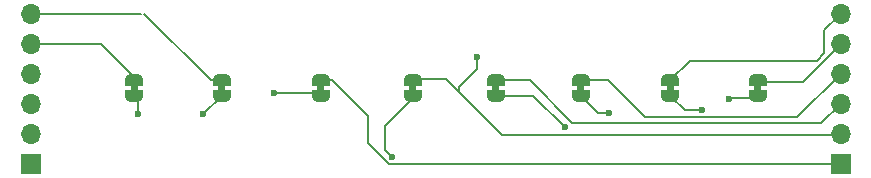
<source format=gbr>
%TF.GenerationSoftware,KiCad,Pcbnew,8.0.6*%
%TF.CreationDate,2025-02-14T22:00:12-04:00*%
%TF.ProjectId,nsec-ctf-sao-2025,6e736563-2d63-4746-962d-73616f2d3230,rev?*%
%TF.SameCoordinates,Original*%
%TF.FileFunction,Copper,L2,Bot*%
%TF.FilePolarity,Positive*%
%FSLAX46Y46*%
G04 Gerber Fmt 4.6, Leading zero omitted, Abs format (unit mm)*
G04 Created by KiCad (PCBNEW 8.0.6) date 2025-02-14 22:00:12*
%MOMM*%
%LPD*%
G01*
G04 APERTURE LIST*
G04 Aperture macros list*
%AMFreePoly0*
4,1,19,0.500000,-0.750000,0.000000,-0.750000,0.000000,-0.744911,-0.071157,-0.744911,-0.207708,-0.704816,-0.327430,-0.627875,-0.420627,-0.520320,-0.479746,-0.390866,-0.500000,-0.250000,-0.500000,0.250000,-0.479746,0.390866,-0.420627,0.520320,-0.327430,0.627875,-0.207708,0.704816,-0.071157,0.744911,0.000000,0.744911,0.000000,0.750000,0.500000,0.750000,0.500000,-0.750000,0.500000,-0.750000,
$1*%
%AMFreePoly1*
4,1,19,0.000000,0.744911,0.071157,0.744911,0.207708,0.704816,0.327430,0.627875,0.420627,0.520320,0.479746,0.390866,0.500000,0.250000,0.500000,-0.250000,0.479746,-0.390866,0.420627,-0.520320,0.327430,-0.627875,0.207708,-0.704816,0.071157,-0.744911,0.000000,-0.744911,0.000000,-0.750000,-0.500000,-0.750000,-0.500000,0.750000,0.000000,0.750000,0.000000,0.744911,0.000000,0.744911,
$1*%
G04 Aperture macros list end*
%TA.AperFunction,EtchedComponent*%
%ADD10C,0.000000*%
%TD*%
%TA.AperFunction,SMDPad,CuDef*%
%ADD11FreePoly0,90.000000*%
%TD*%
%TA.AperFunction,SMDPad,CuDef*%
%ADD12FreePoly1,90.000000*%
%TD*%
%TA.AperFunction,ComponentPad*%
%ADD13R,1.700000X1.700000*%
%TD*%
%TA.AperFunction,ComponentPad*%
%ADD14O,1.700000X1.700000*%
%TD*%
%TA.AperFunction,ViaPad*%
%ADD15C,0.600000*%
%TD*%
%TA.AperFunction,Conductor*%
%ADD16C,0.200000*%
%TD*%
G04 APERTURE END LIST*
D10*
%TA.AperFunction,EtchedComponent*%
%TO.C,JP6*%
G36*
X124500000Y-93050000D02*
G01*
X123900000Y-93050000D01*
X123900000Y-92550000D01*
X124500000Y-92550000D01*
X124500000Y-93050000D01*
G37*
%TD.AperFunction*%
%TA.AperFunction,EtchedComponent*%
%TO.C,JP1*%
G36*
X86700000Y-93050000D02*
G01*
X86100000Y-93050000D01*
X86100000Y-92550000D01*
X86700000Y-92550000D01*
X86700000Y-93050000D01*
G37*
%TD.AperFunction*%
%TA.AperFunction,EtchedComponent*%
%TO.C,JP3*%
G36*
X102500000Y-93050000D02*
G01*
X101900000Y-93050000D01*
X101900000Y-92550000D01*
X102500000Y-92550000D01*
X102500000Y-93050000D01*
G37*
%TD.AperFunction*%
%TA.AperFunction,EtchedComponent*%
%TO.C,JP7*%
G36*
X132100000Y-93050000D02*
G01*
X131500000Y-93050000D01*
X131500000Y-92550000D01*
X132100000Y-92550000D01*
X132100000Y-93050000D01*
G37*
%TD.AperFunction*%
%TA.AperFunction,EtchedComponent*%
%TO.C,JP4*%
G36*
X110300000Y-93050000D02*
G01*
X109700000Y-93050000D01*
X109700000Y-92550000D01*
X110300000Y-92550000D01*
X110300000Y-93050000D01*
G37*
%TD.AperFunction*%
%TA.AperFunction,EtchedComponent*%
%TO.C,JP5*%
G36*
X117300000Y-93050000D02*
G01*
X116700000Y-93050000D01*
X116700000Y-92550000D01*
X117300000Y-92550000D01*
X117300000Y-93050000D01*
G37*
%TD.AperFunction*%
%TA.AperFunction,EtchedComponent*%
%TO.C,JP2*%
G36*
X94100000Y-93050000D02*
G01*
X93500000Y-93050000D01*
X93500000Y-92550000D01*
X94100000Y-92550000D01*
X94100000Y-93050000D01*
G37*
%TD.AperFunction*%
%TA.AperFunction,EtchedComponent*%
%TO.C,JP8*%
G36*
X139500000Y-93050000D02*
G01*
X138900000Y-93050000D01*
X138900000Y-92550000D01*
X139500000Y-92550000D01*
X139500000Y-93050000D01*
G37*
%TD.AperFunction*%
%TD*%
D11*
%TO.P,JP6,1,A*%
%TO.N,Net-(D6-A)*%
X124200000Y-93450000D03*
D12*
%TO.P,JP6,2,B*%
%TO.N,SV6*%
X124200000Y-92150000D03*
%TD*%
D13*
%TO.P,J1,1,Pin_1*%
%TO.N,SV4*%
X77650000Y-99200000D03*
D14*
%TO.P,J1,2,Pin_2*%
%TO.N,+3V3*%
X77650000Y-96660000D03*
%TO.P,J1,3,Pin_3*%
%TO.N,GPIO2*%
X77650000Y-94120000D03*
%TO.P,J1,4,Pin_4*%
%TO.N,GPIO3*%
X77650000Y-91580000D03*
%TO.P,J1,5,Pin_5*%
%TO.N,SV1*%
X77650000Y-89040000D03*
%TO.P,J1,6,Pin_6*%
%TO.N,SV2*%
X77650000Y-86500000D03*
%TD*%
D11*
%TO.P,JP1,1,A*%
%TO.N,Net-(JP1-A)*%
X86400000Y-93450000D03*
D12*
%TO.P,JP1,2,B*%
%TO.N,SV1*%
X86400000Y-92150000D03*
%TD*%
D11*
%TO.P,JP3,1,A*%
%TO.N,Net-(D3-A)*%
X102200000Y-93450000D03*
D12*
%TO.P,JP3,2,B*%
%TO.N,SV3*%
X102200000Y-92150000D03*
%TD*%
D11*
%TO.P,JP7,1,A*%
%TO.N,Net-(D7-A)*%
X131800000Y-93450000D03*
D12*
%TO.P,JP7,2,B*%
%TO.N,SV8*%
X131800000Y-92150000D03*
%TD*%
D11*
%TO.P,JP4,1,A*%
%TO.N,Net-(D4-A)*%
X110000000Y-93450000D03*
D12*
%TO.P,JP4,2,B*%
%TO.N,SV4*%
X110000000Y-92150000D03*
%TD*%
D11*
%TO.P,JP5,1,A*%
%TO.N,Net-(JP5-A)*%
X117000000Y-93450000D03*
D12*
%TO.P,JP5,2,B*%
%TO.N,SV5*%
X117000000Y-92150000D03*
%TD*%
D11*
%TO.P,JP2,1,A*%
%TO.N,Net-(D2-A)*%
X93800000Y-93450000D03*
D12*
%TO.P,JP2,2,B*%
%TO.N,SV2*%
X93800000Y-92150000D03*
%TD*%
D11*
%TO.P,JP8,1,A*%
%TO.N,Net-(D8-A)*%
X139200000Y-93450000D03*
D12*
%TO.P,JP8,2,B*%
%TO.N,SV7*%
X139200000Y-92150000D03*
%TD*%
D13*
%TO.P,J2,1,Pin_1*%
%TO.N,SV3*%
X146225000Y-99200000D03*
D14*
%TO.P,J2,2,Pin_2*%
%TO.N,SV4*%
X146225000Y-96660000D03*
%TO.P,J2,3,Pin_3*%
%TO.N,SV5*%
X146225000Y-94120000D03*
%TO.P,J2,4,Pin_4*%
%TO.N,SV6*%
X146225000Y-91580000D03*
%TO.P,J2,5,Pin_5*%
%TO.N,SV7*%
X146225000Y-89040000D03*
%TO.P,J2,6,Pin_6*%
%TO.N,SV8*%
X146225000Y-86500000D03*
%TD*%
D15*
%TO.N,SV4*%
X115400000Y-90200000D03*
%TO.N,Net-(D2-A)*%
X92250000Y-95000000D03*
X92250000Y-95000000D03*
%TO.N,Net-(D3-A)*%
X98200000Y-93250000D03*
%TO.N,Net-(D4-A)*%
X108200000Y-98600000D03*
%TO.N,Net-(D6-A)*%
X126612500Y-94896765D03*
%TO.N,Net-(D7-A)*%
X134500000Y-94650000D03*
%TO.N,Net-(D8-A)*%
X136800000Y-93750000D03*
%TO.N,Net-(JP1-A)*%
X86750000Y-95000000D03*
%TO.N,Net-(JP5-A)*%
X122850000Y-96100000D03*
%TD*%
D16*
%TO.N,SV1*%
X86400000Y-91850000D02*
X86400000Y-92150000D01*
X77650000Y-89040000D02*
X83590000Y-89040000D01*
X83590000Y-89040000D02*
X86400000Y-91850000D01*
%TO.N,SV2*%
X93800000Y-92150000D02*
X92900000Y-92150000D01*
X92900000Y-92150000D02*
X87250000Y-86500000D01*
X77650000Y-86500000D02*
X87000000Y-86500000D01*
%TO.N,SV3*%
X107951471Y-99200000D02*
X106200000Y-97448529D01*
X146225000Y-99200000D02*
X107951471Y-99200000D01*
X103181337Y-92150000D02*
X102200000Y-92150000D01*
X106200000Y-95168663D02*
X103181337Y-92150000D01*
X106200000Y-97448529D02*
X106200000Y-95168663D01*
%TO.N,SV4*%
X146225000Y-96660000D02*
X146135000Y-96750000D01*
X115400000Y-90200000D02*
X115400000Y-91200000D01*
X115400000Y-91200000D02*
X113900000Y-92700000D01*
X113900000Y-93100000D02*
X112800000Y-92000000D01*
X117550000Y-96750000D02*
X113900000Y-93100000D01*
X113900000Y-92700000D02*
X113900000Y-93100000D01*
X146135000Y-96750000D02*
X117550000Y-96750000D01*
X112800000Y-92000000D02*
X110150000Y-92000000D01*
X110150000Y-92000000D02*
X110000000Y-92150000D01*
%TO.N,SV5*%
X123500000Y-95750000D02*
X119900000Y-92150000D01*
X146225000Y-94120000D02*
X144595000Y-95750000D01*
X119900000Y-92150000D02*
X117000000Y-92150000D01*
X144595000Y-95750000D02*
X123500000Y-95750000D01*
%TO.N,SV6*%
X126550000Y-92150000D02*
X124200000Y-92150000D01*
X146225000Y-91580000D02*
X142555000Y-95250000D01*
X142555000Y-95250000D02*
X129650000Y-95250000D01*
X129650000Y-95250000D02*
X126550000Y-92150000D01*
%TO.N,SV7*%
X139300000Y-92250000D02*
X139200000Y-92150000D01*
X143015000Y-92250000D02*
X139300000Y-92250000D01*
X146225000Y-89040000D02*
X143015000Y-92250000D01*
%TO.N,SV8*%
X133450000Y-90500000D02*
X144199314Y-90500000D01*
X144850000Y-87875000D02*
X146225000Y-86500000D01*
X144850000Y-89849314D02*
X144850000Y-87875000D01*
X144199314Y-90500000D02*
X144850000Y-89849314D01*
X131800000Y-92150000D02*
X133450000Y-90500000D01*
%TO.N,Net-(D2-A)*%
X92250000Y-95000000D02*
X93800000Y-93450000D01*
%TO.N,Net-(D3-A)*%
X102200000Y-93450000D02*
X102000000Y-93250000D01*
X102000000Y-93250000D02*
X98200000Y-93250000D01*
%TO.N,Net-(D4-A)*%
X107600000Y-96050000D02*
X110000000Y-93650000D01*
X108200000Y-98600000D02*
X107600000Y-98000000D01*
X110000000Y-93650000D02*
X110000000Y-93450000D01*
X107600000Y-98000000D02*
X107600000Y-96050000D01*
%TO.N,Net-(D6-A)*%
X125646765Y-94896765D02*
X124200000Y-93450000D01*
X126612500Y-94896765D02*
X125646765Y-94896765D01*
%TO.N,Net-(D7-A)*%
X131800000Y-93450000D02*
X133000000Y-94650000D01*
X133000000Y-94650000D02*
X134500000Y-94650000D01*
%TO.N,Net-(D8-A)*%
X139050000Y-93600000D02*
X139200000Y-93450000D01*
X136950000Y-93600000D02*
X139050000Y-93600000D01*
X136800000Y-93750000D02*
X136950000Y-93600000D01*
%TO.N,Net-(JP1-A)*%
X86750000Y-95000000D02*
X86750000Y-93800000D01*
X86750000Y-93800000D02*
X86400000Y-93450000D01*
%TO.N,Net-(JP5-A)*%
X120200000Y-93450000D02*
X122850000Y-96100000D01*
X117000000Y-93450000D02*
X120200000Y-93450000D01*
%TD*%
M02*

</source>
